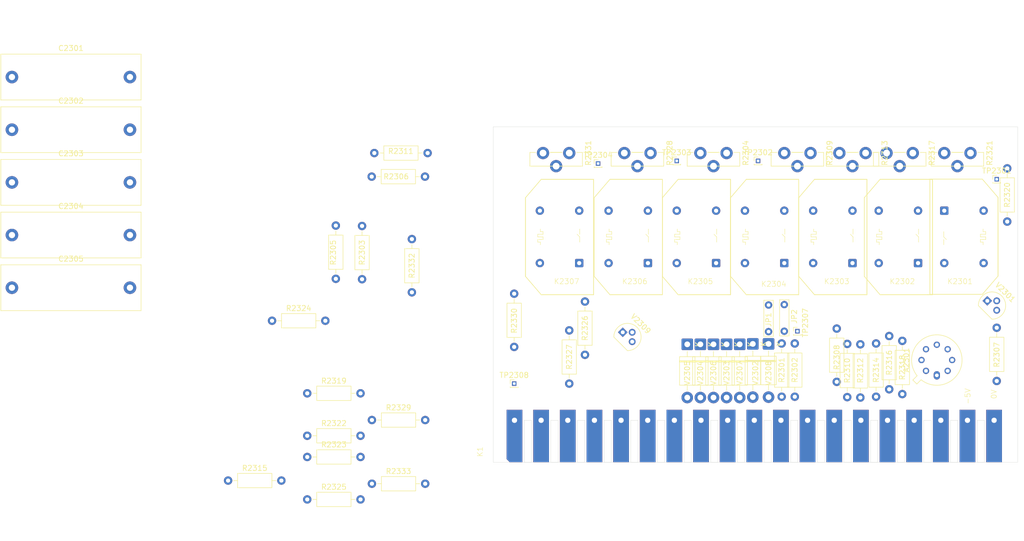
<source format=kicad_pcb>
(kicad_pcb (version 20241229) (generator "pcbnew") (generator_version "9.0")
  (title_block (title "Philips PM2528 - N23 (Current Source)") (date "2025-07-23") (rev "1.0"))
  (layers (0 "F.Cu" signal) (2 "B.Cu" signal) (13 "F.Paste" user) (15 "B.Paste" user) (5 "F.SilkS" user "F.Silkscreen") (7 "B.SilkS" user "B.Silkscreen") (1 "F.Mask" user) (3 "B.Mask" user) (25 "Edge.Cuts" user))
  (net 0 "")
  (net 2 "/_N2157")
  (net 3 "Net-(A2301-LOGIC_REFERENCE)")
  (net 4 "Net-(A2301--)")
  (net 5 "+15V")
  (net 6 "Net-(A2301-~{DISABLE})")
  (net 7 "-15V")
  (net 8 "Net-(V2301-B)")
  (net 9 "GND3")
  (net 10 "Net-(V2301-E)")
  (net 11 "Net-(V2309-B)")
  (net 12 "/Filter")
  (net 13 "Net-(JP1-A)")
  (net 14 "Net-(JP1-B)")
  (net 15 "/REL2301")
  (net 16 "/REL2304")
  (net 17 "/Iout")
  (net 20 "/REL2306")
  (net 21 "/REL2307")
  (net 22 "/N2157")
  (net 23 "/REL2303")
  (net 25 "/Vref")
  (net 26 "/REL2305")
  (net 27 "/REL2302")
  (net 28 "GND1")
  (net 29 "GND4")
  (net 30 "Net-(K2301-Pad1)")
  (net 31 "Net-(K2301-Pad5)")
  (net 32 "Net-(K2302-Pad1)")
  (net 33 "Net-(K2303-Pad1)")
  (net 34 "Net-(K2304-Pad1)")
  (net 35 "Net-(K2306-Pad5)")
  (net 36 "Net-(K2307-Pad5)")
  (net 37 "Net-(R2304-Pad3)")
  (net 38 "Net-(R2308-Pad2)")
  (net 39 "Net-(R2310-Pad2)")
  (net 40 "Net-(R2311-Pad2)")
  (net 41 "Net-(R2312-Pad2)")
  (net 42 "Net-(R2314-Pad2)")
  (net 43 "Net-(R2315-Pad2)")
  (net 44 "Net-(R2316-Pad2)")
  (net 45 "Net-(R2318-Pad2)")
  (net 46 "Net-(R2319-Pad2)")
  (net 47 "Net-(R2320-Pad2)")
  (net 48 "Net-(R2322-Pad1)")
  (net 49 "Net-(R2324-Pad2)")
  (net 50 "Net-(R2326-Pad2)")
  (net 51 "Net-(R2328-Pad2)")
  (net 52 "Net-(R2329-Pad2)")
  (net 53 "Net-(R2331-Pad2)")
  (net 54 "Net-(R2332-Pad2)")
  (footprint "PM2528:Potentiometer horizontal ceramic" (layer "F.Cu") (at 220.5 98.5 -90)
    (property "Reference" "R2309" (at 0 -3.65 90) (layer "F.SilkS"))
    (property "Value" "22k")
    (pad "1" thru_hole circle (at 0 0 270) (size 2.34 2.34) (drill 1.3) (layers "*.Cu" "*.Mask") (net 2 "/_N2157"))
    (pad "2" thru_hole circle (at 2.5 2.5 270) (size 2.34 2.34) (drill 1.3) (layers "*.Cu" "*.Mask") (net 34 "Net-(K2304-Pad1)"))
    (pad "3" thru_hole circle (at 0 5 270) (size 2.34 2.34) (drill 1.3) (layers "*.Cu" "*.Mask") (net 38 "Net-(R2308-Pad2)"))
  )
  (footprint "Resistor_THT:R_Axial_DIN0207_L6.3mm_D2.5mm_P10.16mm_Horizontal" (layer "F.Cu") (at 258 111.58 90)
    (property "Reference" "R2320" (at 5.08 0 90) (layer "F.SilkS"))
    (property "Value" "2R15")
    (pad "1" thru_hole circle (at 0 0 90) (size 1.6 1.6) (drill 0.8) (layers "*.Cu" "*.Mask") (net 46 "Net-(R2319-Pad2)"))
    (pad "2" thru_hole circle (at 10.16 0 90) (size 1.6 1.6) (drill 0.8) (layers "*.Cu" "*.Mask") (net 47 "Net-(R2320-Pad2)"))
  )
  (footprint "Connector_PinHeader_1.00mm:PinHeader_1x01_P1.00mm_Vertical" (layer "F.Cu") (at 164 142.5)
    (property "Reference" "TP2308" (at 0 -1.61 0) (layer "F.SilkS"))
    (property "Value" "Iout")
    (pad "1" thru_hole rect (at 0 0) (size 0.85 0.85) (drill 0.5) (layers "*.Cu" "*.Mask") (net 17 "/Iout"))
  )
  (footprint "Diode_THT:D_DO-41_SOD81_P10.16mm_Horizontal" (layer "F.Cu") (at 197 135 -90)
    (property "Reference" "V2305" (at 5.5 0 90) (layer "F.SilkS"))
    (property "Value" "BAX12A")
    (fp_text user "K" (at 0 -2.1 90) (layer "F.SilkS"))
    (pad "1" thru_hole roundrect (at 0 0 270) (size 2.2 2.2) (drill 1.1) (layers "*.Cu" "*.Mask") (roundrect_rratio 0.113636) (net 29 "GND4"))
    (pad "2" thru_hole circle (at 10.16 0 270) (size 2.2 2.2) (drill 1.1) (layers "*.Cu" "*.Mask") (net 16 "/REL2304"))
  )
  (footprint "Resistor_THT:R_Axial_DIN0207_L6.3mm_D2.5mm_P10.16mm_Horizontal" (layer "F.Cu") (at 136.88 161.6)
    (property "Reference" "R2333" (at 5.08 -2.37 0) (layer "F.SilkS"))
    (property "Value" "499k")
    (pad "1" thru_hole circle (at 0 0) (size 1.6 1.6) (drill 0.8) (layers "*.Cu" "*.Mask") (net 54 "Net-(R2332-Pad2)"))
    (pad "2" thru_hole circle (at 10.16 0) (size 1.6 1.6) (drill 0.8) (layers "*.Cu" "*.Mask") (net 17 "/Iout"))
  )
  (footprint "Resistor_THT:R_Axial_DIN0207_L6.3mm_D2.5mm_P10.16mm_Horizontal" (layer "F.Cu") (at 230 145.16 90)
    (property "Reference" "R2312" (at 5.16 0 90) (layer "F.SilkS"))
    (property "Value" "215")
    (pad "1" thru_hole circle (at 0 0 90) (size 1.6 1.6) (drill 0.8) (layers "*.Cu" "*.Mask") (net 40 "Net-(R2311-Pad2)"))
    (pad "2" thru_hole circle (at 10.16 0 90) (size 1.6 1.6) (drill 0.8) (layers "*.Cu" "*.Mask") (net 41 "Net-(R2312-Pad2)"))
  )
  (footprint "Diode_THT:D_DO-41_SOD81_P10.16mm_Horizontal" (layer "F.Cu") (at 199.5 135 -90)
    (property "Reference" "V2304" (at 5.5 0 90) (layer "F.SilkS"))
    (property "Value" "BAX12A")
    (fp_text user "K" (at 0 -2.1 90) (layer "F.SilkS"))
    (pad "1" thru_hole roundrect (at 0 0 270) (size 2.2 2.2) (drill 1.1) (layers "*.Cu" "*.Mask") (roundrect_rratio 0.113636) (net 29 "GND4"))
    (pad "2" thru_hole circle (at 10.16 0 270) (size 2.2 2.2) (drill 1.1) (layers "*.Cu" "*.Mask") (net 23 "/REL2303"))
  )
  (footprint "Connector_PinHeader_1.00mm:PinHeader_1x01_P1.00mm_Vertical" (layer "F.Cu") (at 180 100.5)
    (property "Reference" "TP2304" (at 0 -1.61 0) (layer "F.SilkS"))
    (property "Value" "~")
    (pad "1" thru_hole rect (at 0 0) (size 0.85 0.85) (drill 0.5) (layers "*.Cu" "*.Mask") (net 35 "Net-(K2306-Pad5)"))
  )
  (footprint "Resistor_THT:R_Axial_DIN0207_L6.3mm_D2.5mm_P10.16mm_Horizontal" (layer "F.Cu") (at 225.5 142.16 90)
    (property "Reference" "R2308" (at 4.66 0 90) (layer "F.SilkS"))
    (property "Value" "2k15")
    (pad "1" thru_hole circle (at 0 0 90) (size 1.6 1.6) (drill 0.8) (layers "*.Cu" "*.Mask") (net 2 "/_N2157"))
    (pad "2" thru_hole circle (at 10.16 0 90) (size 1.6 1.6) (drill 0.8) (layers "*.Cu" "*.Mask") (net 38 "Net-(R2308-Pad2)"))
  )
  (footprint "PM2528:Reed relay assy" (layer "F.Cu") (at 245.9 109.5)
    (property "Reference" "K2301" (at 3.1 13.5 0) (layer "F.SilkS") (effects (font (thickness 0.1))))
    (property "Value" "~")
    (pad "1" thru_hole roundrect (at 0.1 0) (size 1.6 1.6) (drill 0.8) (layers "*.Cu" "*.Mask") (roundrect_rratio 0.15625) (net 30 "Net-(K2301-Pad1)"))
    (pad "5" thru_hole circle (at 0.1 10) (size 1.6 1.6) (drill 0.8) (layers "*.Cu" "*.Mask") (net 31 "Net-(K2301-Pad5)"))
    (pad "6" thru_hole circle (at 7.6 10) (size 1.6 1.6) (drill 0.8) (layers "*.Cu" "*.Mask") (net 29 "GND4"))
    (pad "10" thru_hole circle (at 7.6 0) (size 1.6 1.6) (drill 0.8) (layers "*.Cu" "*.Mask") (net 15 "/REL2301"))
  )
  (footprint "Capacitor_THT:C_Rect_L26.5mm_W8.5mm_P22.50mm_MKS4" (layer "F.Cu") (at 68.25 104.1)
    (property "Reference" "C2303" (at 11.25 -5.5 0) (layer "F.SilkS"))
    (property "Value" "100p")
    (pad "1" thru_hole circle (at 0 0) (size 2.4 2.4) (drill 1.2) (layers "*.Cu" "*.Mask") (net 10 "Net-(V2301-E)"))
    (pad "2" thru_hole circle (at 22.5 0) (size 2.4 2.4) (drill 1.2) (layers "*.Cu" "*.Mask") (net 4 "Net-(A2301--)"))
  )
  (footprint "Resistor_THT:R_Axial_DIN0207_L6.3mm_D2.5mm_P10.16mm_Horizontal" (layer "F.Cu") (at 164 135.5 90)
    (property "Reference" "R2330" (at 5 0 90) (layer "F.SilkS"))
    (property "Value" "8M89")
    (pad "1" thru_hole circle (at 0 0 90) (size 1.6 1.6) (drill 0.8) (layers "*.Cu" "*.Mask") (net 52 "Net-(R2329-Pad2)"))
    (pad "2" thru_hole circle (at 10.16 0 90) (size 1.6 1.6) (drill 0.8) (layers "*.Cu" "*.Mask") (net 17 "/Iout"))
  )
  (footprint "Resistor_THT:R_Axial_DIN0207_L6.3mm_D2.5mm_P10.16mm_Horizontal" (layer "F.Cu") (at 227.5 145.08 90)
    (property "Reference" "R2310" (at 5.08 0 90) (layer "F.SilkS"))
    (property "Value" "2k8")
    (pad "1" thru_hole circle (at 0 0 90) (size 1.6 1.6) (drill 0.8) (layers "*.Cu" "*.Mask") (net 38 "Net-(R2308-Pad2)"))
    (pad "2" thru_hole circle (at 10.16 0 90) (size 1.6 1.6) (drill 0.8) (layers "*.Cu" "*.Mask") (net 39 "Net-(R2310-Pad2)"))
  )
  (footprint "Resistor_THT:R_Axial_DIN0207_L6.3mm_D2.5mm_P10.16mm_Horizontal" (layer "F.Cu") (at 235.5 143.58 90)
    (property "Reference" "R2316" (at 5.08 0 90) (layer "F.SilkS"))
    (property "Value" "21R5")
    (pad "1" thru_hole circle (at 0 0 90) (size 1.6 1.6) (drill 0.8) (layers "*.Cu" "*.Mask") (net 43 "Net-(R2315-Pad2)"))
    (pad "2" thru_hole circle (at 10.16 0 90) (size 1.6 1.6) (drill 0.8) (layers "*.Cu" "*.Mask") (net 44 "Net-(R2316-Pad2)"))
  )
  (footprint "PM2528:Reed relay assy" (layer "F.Cu") (at 176.5 119.5 180)
    (property "Reference" "K2307" (at 2.5 -3.5 0) (layer "F.SilkS") (effects (font (thickness 0.1))))
    (property "Value" "~")
    (pad "1" thru_hole roundrect (at 0.1 0 180) (size 1.6 1.6) (drill 0.8) (layers "*.Cu" "*.Mask") (roundrect_rratio 0.15625) (net 35 "Net-(K2306-Pad5)"))
    (pad "5" thru_hole circle (at 0.1 10 180) (size 1.6 1.6) (drill 0.8) (layers "*.Cu" "*.Mask") (net 36 "Net-(K2307-Pad5)"))
    (pad "6" thru_hole circle (at 7.6 10 180) (size 1.6 1.6) (drill 0.8) (layers "*.Cu" "*.Mask") (net 29 "GND4"))
    (pad "10" thru_hole circle (at 7.6 0 180) (size 1.6 1.6) (drill 0.8) (layers "*.Cu" "*.Mask") (net 21 "/REL2307"))
  )
  (footprint "Resistor_THT:R_Axial_DIN0207_L6.3mm_D2.5mm_P10.16mm_Horizontal" (layer "F.Cu") (at 135 122.58 90)
    (property "Reference" "R2303" (at 5.08 0 90) (layer "F.SilkS"))
    (property "Value" "200k")
    (pad "1" thru_hole circle (at 0 0 90) (size 1.6 1.6) (drill 0.8) (layers "*.Cu" "*.Mask") (net 14 "Net-(JP1-B)"))
    (pad "2" thru_hole circle (at 10.16 0 90) (size 1.6 1.6) (drill 0.8) (layers "*.Cu" "*.Mask") (net 4 "Net-(A2301--)"))
  )
  (footprint "Connector_PinHeader_1.00mm:PinHeader_1x01_P1.00mm_Vertical" (layer "F.Cu") (at 256 103.5)
    (property "Reference" "TP2301" (at 0 -1.61 0) (layer "F.SilkS"))
    (property "Value" "200Ω")
    (pad "1" thru_hole rect (at 0 0) (size 0.85 0.85) (drill 0.5) (layers "*.Cu" "*.Mask") (net 30 "Net-(K2301-Pad1)"))
  )
  (footprint "Resistor_THT:R_Axial_DIN0207_L6.3mm_D2.5mm_P10.16mm_Horizontal" (layer "F.Cu") (at 136.88 149.45)
    (property "Reference" "R2329" (at 5.08 -2.37 0) (layer "F.SilkS"))
    (property "Value" "97k6")
    (pad "1" thru_hole circle (at 0 0) (size 1.6 1.6) (drill 0.8) (layers "*.Cu" "*.Mask") (net 51 "Net-(R2328-Pad2)"))
    (pad "2" thru_hole circle (at 10.16 0) (size 1.6 1.6) (drill 0.8) (layers "*.Cu" "*.Mask") (net 52 "Net-(R2329-Pad2)"))
  )
  (footprint "Connector_PinHeader_1.00mm:PinHeader_1x01_P1.00mm_Vertical" (layer "F.Cu") (at 195 100)
    (property "Reference" "TP2303" (at 0 -1.61 0) (layer "F.SilkS"))
    (property "Value" "Vref")
    (pad "1" thru_hole rect (at 0 0) (size 0.85 0.85) (drill 0.5) (layers "*.Cu" "*.Mask") (net 31 "Net-(K2301-Pad5)"))
  )
  (footprint "Resistor_THT:R_Axial_DIN0207_L6.3mm_D2.5mm_P10.16mm_Horizontal" (layer "F.Cu") (at 124.55 152.45)
    (property "Reference" "R2322" (at 5.08 -2.37 0) (layer "F.SilkS"))
    (property "Value" "200")
    (pad "1" thru_hole circle (at 0 0) (size 1.6 1.6) (drill 0.8) (layers "*.Cu" "*.Mask") (net 48 "Net-(R2322-Pad1)"))
    (pad "2" thru_hole circle (at 10.16 0) (size 1.6 1.6) (drill 0.8) (layers "*.Cu" "*.Mask") (net 47 "Net-(R2320-Pad2)"))
  )
  (footprint "PM2528:PM2528_RiserCardConnector" (layer "F.Cu") (at 164.06 149.5 90)
    (property "Reference" "K1" (at -6 -6.56 90) (layer "F.SilkS") (effects (font (thickness 0.1))))
    (property "Value" "~")
    (fp_rect (start -8 1.84) (end 0 3.24) (stroke (width 0.05)) (fill no) (layer "Edge.Cuts"))
    (fp_rect (start -8 6.92) (end 0 8.32) (stroke (width 0.05)) (fill no) (layer "Edge.Cuts"))
    (fp_rect (start -8 12) (end 0 13.4) (stroke (width 0.05)) (fill no) (layer "Edge.Cuts"))
    (fp_rect (start -8 17.08) (end 0 18.48) (stroke (width 0.05)) (fill no) (layer "Edge.Cuts"))
    (fp_rect (start -8 22.16) (end 0 23.56) (stroke (width 0.05)) (fill no) (layer "Edge.Cuts"))
    (fp_rect (start -8 27.24) (end 0 28.64) (stroke (width 0.05)) (fill no) (layer "Edge.Cuts"))
    (fp_rect (start -8 32.32) (end 0 33.72) (stroke (width 0.05)) (fill no) (layer "Edge.Cuts"))
    (fp_rect (start -8 37.4) (end 0 38.8) (stroke (width 0.05)) (fill no) (layer "Edge.Cuts"))
    (fp_rect (start -8 42.48) (end 0 43.88) (stroke (width 0.05)) (fill no) (layer "Edge.Cuts"))
    (fp_rect (start -8 47.56) (end 0 48.96) (stroke (width 0.05)) (fill no) (layer "Edge.Cuts"))
    (fp_rect (start -8 52.64) (end 0 54.04) (stroke (width 0.05)) (fill no) (layer "Edge.Cuts"))
    (fp_rect (start -8 57.72) (end 0 59.12) (stroke (width 0.05)) (fill no) (layer "Edge.Cuts"))
    (fp_rect (start -8 62.8) (end 0 64.2) (stroke (width 0.05)) (fill no) (layer "Edge.Cuts"))
    (fp_rect (start -8 67.88) (end 0 69.28) (stroke (width 0.05)) (fill no) (layer "Edge.Cuts"))
    (fp_rect (start -8 72.96) (end 0 74.36) (stroke (width 0.05)) (fill no) (layer "Edge.Cuts"))
    (fp_rect (start -8 78.04) (end 0 79.44) (stroke (width 0.05)) (fill no) (layer "Edge.Cuts"))
    (fp_rect (start -8 83.12) (end 0 84.52) (stroke (width 0.05)) (fill no) (layer "Edge.Cuts"))
    (fp_rect (start -8 88.2) (end 0 89.6) (stroke (width 0.05)) (fill no) (layer "Edge.Cuts"))
    (fp_text user "-5V" (at 3 87 90) (layer "F.SilkS") (effects (font (thickness 0.1)) (justify left bottom)))
    (fp_text user "0V" (at 4 92 90) (layer "F.SilkS") (effects (font (thickness 0.1)) (justify left bottom)))
    (pad "1" thru_hole rect (at 0 91.44 90) (size 10 3) (drill 1 (offset -3 0)) (layers "*.Cu" "*.Mask") (net 9 "GND3"))
    (pad "2" thru_hole rect (at 0 86.36 90) (size 10 3) (drill 1 (offset -3 0)) (layers "*.Cu" "*.Mask"))
    (pad "3" thru_hole rect (at 0 81.28 90) (size 10 3) (drill 1 (offset -3 0)) (layers "*.Cu" "*.Mask") (net 7 "-15V"))
    (pad "4" thru_hole rect (at 0 76.2 90) (size 10 3) (drill 1 (offset -3 0)) (layers "*.Cu" "*.Mask") (net 5 "+15V"))
    (pad "5" thru_hole rect (at 0 71.12 90) (size 10 3) (drill 1 (offset -3 0)) (layers "*.Cu" "*.Mask"))
    (pad "6" thru_hole rect (at 0 66.04 90) (size 10 3) (drill 1 (offset -3 0)) (layers "*.Cu" "*.Mask"))
    (pad "7" thru_hole rect (at 0 60.96 90) (size 10 3) (drill 1 (offset -3 0)) (layers "*.Cu" "*.Mask") (net 29 "GND4"))
    (pad "8" thru_hole rect (at 0 55.88 90) (size 10 3) (drill 1 (offset -3 0)) (layers "*.Cu" "*.Mask") (net 22 "/N2157"))
    (pad "9" thru_hole rect (at 0 50.8 90) (size 10 3) (drill 1 (offset -3 0)) (layers "*.Cu" "*.Mask") (net 25 "/Vref"))
    (pad "10" thru_hole rect (at 0 45.72 90) (size 10 3) (drill 1 (offset -3 0)) (layers "*.Cu" "*.Mask") (net 15 "/REL2301"))
    (pad "11" thru_hole rect (at 0 40.64 90) (size 10 3) (drill 1 (offset -3 0)) (layers "*.Cu" "*.Mask") (net 27 "/REL2302"))
    (pad "12" thru_hole rect (at 0 35.56 90) (size 10 3) (drill 1 (offset -3 0)) (layers "*.Cu" "*.Mask") (net 23 "/REL2303"))
    (pad "13" thru_hole rect (at 0 30.48 90) (size 10 3) (drill 1 (offset -3 0)) (layers "*.Cu" "*.Mask") (net 16 "/REL2304"))
    (pad "14" thru_hole rect (at 0 25.4 90) (size 10 3) (drill 1 (offset -3 0)) (layers "*.Cu" "*.Mask") (net 26 "/REL2305"))
    (pad "15" thru_hole rect (at 0 20.32 90) (size 10 3) (drill 1 (offset -3 0)) (layers "*.Cu" "*.Mask") (net 20 "/REL2306"))
    (pad "16" thru_hole rect (at 0 15.24 90) (size 10 3) (drill 1 (offset -3 0)) (layers "*.Cu" "*.Mask") (net 21 "/REL2307"))
    (pad "17" thru_hole rect (at 0 10.16 90) (size 10 3) (drill 1 (offset -3 0)) (layers "*.Cu" "*.Mask") (net 12 "/Filter"))
    (pad "18" thru_hole rect (at 0 5.08 90) (size 10 3) (drill 1 (offset -3 0)) (layers "*.Cu" "*.Mask") (net 28 "GND1"))
    (pad "19" thru_hole roundrect (at 0 0 90) (size 10 3) (drill 1 (offset -3 0)) (layers "*.Cu" "*.Mask") (roundrect_rratio 0) (chamfer_ratio 0.2) (chamfer top_left) (net 17 "/Iout"))
  )
  (footprint "PM2528:Reed relay assy" (layer "F.Cu") (at 215.6 119.5 180)
    (property "Reference" "K2304" (at 2.1 -4 0) (layer "F.SilkS") (effects (font (thickness 0.1))))
    (property "Value" "~")
    (pad "1" thru_hole roundrect (at 0.1 0 180) (size 1.6 1.6) (drill 0.8) (layers "*.Cu" "*.Mask") (roundrect_rratio 0.15625) (net 34 "Net-(K2304-Pad1)"))
    (pad "5" thru_hole circle (at 0.1 10 180) (size 1.6 1.6) (drill 0.8) (layers "*.Cu" "*.Mask") (net 31 "Net-(K2301-Pad5)"))
    (pad "6" thru_hole circle (at 7.6 10 180) (size 1.6 1.6) (drill 0.8) (layers "*.Cu" "*.Mask") (net 29 "GND4"))
    (pad "10" thru_hole circle (at 7.6 0 180) (size 1.6 1.6) (drill 0.8) (layers "*.Cu" "*.Mask") (net 16 "/REL2304"))
  )
  (footprint "Resistor_THT:R_Axial_DIN0207_L6.3mm_D2.5mm_P10.16mm_Horizontal" (layer "F.Cu") (at 136.84 103)
    (property "Reference" "R2306" (at 4.66 0 0) (layer "F.SilkS"))
    (property "Value" "402k")
    (pad "1" thru_hole circle (at 0 0) (size 1.6 1.6) (drill 0.8) (layers "*.Cu" "*.Mask") (net 4 "Net-(A2301--)"))
    (pad "2" thru_hole circle (at 10.16 0) (size 1.6 1.6) (drill 0.8) (layers "*.Cu" "*.Mask") (net 10 "Net-(V2301-E)"))
  )
  (footprint "Connector_PinHeader_1.00mm:PinHeader_1x01_P1.00mm_Vertical" (layer "F.Cu") (at 210.5 100)
    (property "Reference" "TP2302" (at 0 -1.61 0) (layer "F.SilkS"))
    (property "Value" "MeasZero")
    (pad "1" thru_hole rect (at 0 0) (size 0.85 0.85) (drill 0.5) (layers "*.Cu" "*.Mask") (net 28 "GND1"))
  )
  (footprint "Capacitor_THT:C_Rect_L26.5mm_W8.5mm_P22.50mm_MKS4" (layer "F.Cu") (at 68.25 114.15)
    (property "Reference" "C2304" (at 11.25 -5.5 0) (layer "F.SilkS"))
    (property "Value" "33p")
    (pad "1" thru_hole circle (at 0 0) (size 2.4 2.4) (drill 1.2) (layers "*.Cu" "*.Mask") (net 3 "Net-(A2301-LOGIC_REFERENCE)"))
    (pad "2" thru_hole circle (at 22.5 0) (size 2.4 2.4) (drill 1.2) (layers "*.Cu" "*.Mask") (net 6 "Net-(A2301-~{DISABLE})"))
  )
  (footprint "Connector_PinHeader_1.00mm:PinHeader_1x01_P1.00mm_Vertical" (layer "F.Cu") (at 218 132.5)
    (property "Reference" "TP2307" (at 1.5 -1.61 90) (layer "F.SilkS"))
    (property "Value" "Vref")
    (pad "1" thru_hole rect (at 0 0) (size 0.85 0.85) (drill 0.5) (layers "*.Cu" "*.Mask") (net 25 "/Vref"))
  )
  (footprint "PM2528:Potentiometer horizontal ceramic" (layer "F.Cu") (at 251 98.5 -90)
    (property "Reference" "R2321" (at 0 -3.65 90) (layer "F.SilkS"))
    (property "Value" "33")
    (pad "1" thru_hole circle (at 0 0 270) (size 2.34 2.34) (drill 1.3) (layers "*.Cu" "*.Mask") (net 46 "Net-(R2319-Pad2)"))
    (pad "2" thru_hole circle (at 2.5 2.5 270) (size 2.34 2.34) (drill 1.3) (layers "*.Cu" "*.Mask") (net 30 "Net-(K2301-Pad1)"))
    (pad "3" thru_hole circle (at 0 5 270) (size 2.34 2.34) (drill 1.3) (layers "*.Cu" "*.Mask") (net 47 "Net-(R2320-Pad2)"))
  )
  (footprint "PM2528:Potentiometer horizontal ceramic" (layer "F.Cu") (at 231 98.5 -90)
    (property "Reference" "R2313" (at 0 -3.65 90) (layer "F.SilkS"))
    (property "Value" "2k2")
    (pad "1" thru_hole circle (at 0 0 270) (size 2.34 2.34) (drill 1.3) (layers "*.Cu" "*.Mask") (net 40 "Net-(R2311-Pad2)"))
    (pad "2" thru_hole circle (at 2.5 2.5 270) (size 2.34 2.34) (drill 1.3) (layers "*.Cu" "*.Mask") (net 33 "Net-(K2303-Pad1)"))
    (pad "3" thru_hole circle (at 0 5 270) (size 2.34 2.34) (drill 1.3) (layers "*.Cu" "*.Mask") (net 41 "Net-(R2312-Pad2)"))
  )
  (footprint "Resistor_THT:R_Axial_DIN0207_L6.3mm_D2.5mm_P10.16mm_Horizontal" (layer "F.Cu") (at 238 144.5 90)
    (property "Reference" "R2318" (at 5.08 0 90) (layer "F.SilkS"))
    (property "Value" "28")
    (pad "1" thru_hole circle (at 0 0 90) (size 1.6 1.6) (drill 0.8) (layers "*.Cu" "*.Mask") (net 44 "Net-(R2316-Pad2)"))
    (pad "2" thru_hole circle (at 10.16 0 90) (size 1.6 1.6) (drill 0.8) (layers "*.Cu" "*.Mask") (net 45 "Net-(R2318-Pad2)"))
  )
  (footprint "Diode_THT:D_DO-41_SOD81_P10.16mm_Horizontal" (layer "F.Cu") (at 212.5 134.92 -90)
    (property "Reference" "V2308" (at 5.58 0 90) (layer "F.SilkS"))
    (property "Value" "BAX12A")
    (fp_text user "K" (at 0 -2.1 90) (layer "F.SilkS"))
    (pad "1" thru_hole roundrect (at 0 0 270) (size 2.2 2.2) (drill 1.1) (layers "*.Cu" "*.Mask") (roundrect_rratio 0.113636) (net 29 "GND4"))
    (pad "2" thru_hole circle (at 10.16 0 270) (size 2.2 2.2) (drill 1.1) (layers "*.Cu" "*.Mask") (net 21 "/REL2307"))
  )
  (footprint "PM2528:Potentiometer horizontal ceramic" (layer "F.Cu") (at 174.5 98.5 -90)
    (property "Reference" "R2331" (at 0 -3.65 90) (layer "F.SilkS"))
    (property "Value" "4k7")
    (pad "1" thru_hole circle (at 0 0 270) (size 2.34 2.34) (drill 1.3) (layers "*.Cu" "*.Mask") (net 36 "Net-(K2307-Pad5)"))
    (pad "2" thru_hole circle (at 2.5 2.5 270) (size 2.34 2.34) (drill 1.3) (layers "*.Cu" "*.Mask") (net 53 "Net-(R2331-Pad2)"))
    (pad "3" thru_hole circle (at 0 5 270) (size 2.34 2.34) (drill 1.3) (layers "*.Cu" "*.Mask") (net 53 "Net-(R2331-Pad2)"))
  )
  (footprint "Resistor_THT:R_Axial_DIN0207_L6.3mm_D2.5mm_P10.16mm_Horizontal" (layer "F.Cu") (at 217.5 145 90)
    (property "Reference" "R2302" (at 5.08 0 90) (layer "F.SilkS"))
    (property "Value" "487")
    (pad "1" thru_hole circle (at 0 0 90) (size 1.6 1.6) (drill 0.8) (layers "*.Cu" "*.Mask") (net 13 "Net-(JP1-A)"))
    (pad "2" thru_hole circle (at 10.16 0 90) (size 1.6 1.6) (drill 0.8) (layers "*.Cu" "*.Mask") (net 14 "Net-(JP1-B)"))
  )
  (footprint "TestPoint:TestPoint_Bridge_Pitch5.08mm_Drill0.7mm" (layer "F.Cu") (at 212.5 127.5 -90)
    (property "Reference" "JP1" (at 2.8 0 90) (layer "F.SilkS"))
    (property "Value" "A")
    (pad "1" thru_hole circle (at 0 0 270) (size 1.4 1.4) (drill 0.7) (layers "*.Cu" "*.Mask") (net 13 "Net-(JP1-A)"))
    (pad "1" thru_hole circle (at 5.08 0 270) (size 1.4 1.4) (drill 0.7) (layers "*.Cu" "*.Mask") (net 13 "Net-(JP1-A)"))
  )
  (footprint "Resistor_THT:R_Axial_DIN0207_L6.3mm_D2.5mm_P10.16mm_Horizontal" (layer "F.Cu") (at 117.84 130.5)
    (property "Reference" "R2324" (at 5.08 -2.37 0) (layer "F.SilkS"))
    (property "Value" "330")
    (pad "1" thru_hole circle (at 0 0) (size 1.6 1.6) (drill 0.8) (layers "*.Cu" "*.Mask") (net 11 "Net-(V2309-B)"))
    (pad "2" thru_hole circle (at 10.16 0) (size 1.6 1.6) (drill 0.8) (layers "*.Cu" "*.Mask") (net 49 "Net-(R2324-Pad2)"))
  )
  (footprint "Resistor_THT:R_Axial_DIN0207_L6.3mm_D2.5mm_P10.16mm_Horizontal" (layer "F.Cu") (at 137.34 98.5)
    (property "Reference" "R2311" (at 5.04 -0.35 0) (layer "F.SilkS"))
    (property "Value" "357k")
    (pad "1" thru_hole circle (at 0 0) (size 1.6 1.6) (drill 0.8) (layers "*.Cu" "*.Mask") (net 39 "Net-(R2310-Pad2)"))
    (pad "2" thru_hole circle (at 10.16 0) (size 1.6 1.6) (drill 0.8) (layers "*.Cu" "*.Mask") (net 40 "Net-(R2311-Pad2)"))
  )
  (footprint "PM2528:Reed relay assy" (layer "F.Cu") (at 241.1 119.5 180)
    (property "Reference" "K2302" (at 3.1 -3.5 0) (layer "F.SilkS") (effects (font (thickness 0.1))))
    (property "Value" "~")
    (pad "1" thru_hole roundrect (at 0.1 0 180) (size 1.6 1.6) (drill 0.8) (layers "*.Cu" "*.Mask") (roundrect_rratio 0.15625) (net 32 "Net-(K2302-Pad1)"))
    (pad "5" thru_hole circle (at 0.1 10 180) (size 1.6 1.6) (drill 0.8) (layers "*.Cu" "*.Mask") (net 31 "Net-(K2301-Pad5)"))
    (pad "6" thru_hole circle (at 7.6 10 180) (size 1.6 1.6) (drill 0.8) (layers "*.Cu" "*.Mask") (net 29 "GND4"))
    (pad "10" thru_hole circle (at 7.6 0 180) (size 1.6 1.6) (drill 0.8) (layers "*.Cu" "*.Mask") (net 27 "/REL2302"))
  )
  (footprint "Resistor_THT:R_Axial_DIN0207_L6.3mm_D2.5mm_P10.16mm_Horizontal" (layer "F.Cu") (at 174.5 142.5 90)
    (property "Reference" "R2327" (at 5.08 0 90) (layer "F.SilkS"))
    (property "Value" "3R32")
    (pad "1" thru_hole circle (at 0 0 90) (size 1.6 1.6) (drill 0.8) (layers "*.Cu" "*.Mask") (net 50 "Net-(R2326-Pad2)"))
    (pad "2" thru_hole circle (at 10.16 0 90) (size 1.6 1.6) (drill 0.8) (layers "*.Cu" "*.Mask") (net 28 "GND1"))
  )
  (footprint "PM2528:Reed relay assy" (layer "F.Cu") (at 228.6 119.5 180)
    (property "Reference" "K2303" (at 3.1 -3.5 0) (layer "F.SilkS") (effects (font (thickness 0.1))))
    (property "Value" "~")
    (pad "1" thru_hole roundrect (at 0.1 0 180) (size 1.6 1.6) (drill 0.8) (layers "*.Cu" "*.Mask") (roundrect_rratio 0.15625) (net 33 "Net-(K2303-Pad1)"))
    (pad "5" thru_hole circle (at 0.1 10 180) (size 1.6 1.6) (drill 0.8) (layers "*.Cu" "*.Mask") (net 31 "Net-(K2301-Pad5)"))
    (pad "6" thru_hole circle (at 7.6 10 180) (size 1.6 1.6) (drill 0.8) (layers "*.Cu" "*.Mask") (net 29 "GND4"))
    (pad "10" thru_hole circle (at 7.6 0 180) (size 1.6 1.6) (drill 0.8) (layers "*.Cu" "*.Mask") (net 23 "/REL2303"))
  )
  (footprint "PM2528:Potentiometer horizontal ceramic" (layer "F.Cu") (at 204.5 98.5 -90)
    (property "Reference" "R2304" (at 0 -3.65 270) (layer "F.SilkS"))
    (property "Value" "1K5")
    (pad "1" thru_hole circle (at 0 0 270) (size 2.34 2.34) (drill 1.3) (layers "*.Cu" "*.Mask") (net 22 "/N2157"))
    (pad "2" thru_hole circle (at 2.5 2.5 270) (size 2.34 2.34) (drill 1.3) (layers "*.Cu" "*.Mask") (net 22 "/N2157"))
    (pad "3" thru_hole circle (at 0 5 270) (size 2.34 2.34) (drill 1.3) (layers "*.Cu" "*.Mask") (net 37 "Net-(R2304-Pad3)"))
  )
  (footprint "Diode_THT:D_DO-41_SOD81_P10.16mm_Horizontal" (layer "F.Cu") (at 209.5 134.92 -90)
    (property "Reference" "V2302" (at 5.58 -0.5 90) (layer "F.SilkS"))
    (property "Value" "BAX12A")
    (fp_text user "K" (at 0 -2.1 90) (layer "F.SilkS"))
    (pad "1" thru_hole roundrect (at 0 0 270) (size 2.2 2.2) (drill 1.1) (layers "*.Cu" "*.Mask") (roundrect_rratio 0.113636) (net 29 "GND4"))
    (pad "2" thru_hole circle (at 10.16 0 270) (size 2.2 2.2) (drill 1.1) (layers "*.Cu" "*.Mask") (net 15 "/REL2301"))
  )
  (footprint "Capacitor_THT:C_Rect_L26.5mm_W8.5mm_P22.50mm_MKS4" (layer "F.Cu") (at 68.25 94.05)
    (property "Reference" "C2302" (at 11.25 -5.5 0) (layer "F.SilkS"))
    (property "Value" "4u7")
    (pad "1" thru_hole circle (at 0 0) (size 2.4 2.4) (drill 1.2) (layers "*.Cu" "*.Mask") (net 5 "+15V"))
    (pad "2" thru_hole circle (at 22.5 0) (size 2.4 2.4) (drill 1.2) (layers "*.Cu" "*.Mask") (net 9 "GND3"))
  )
  (footprint "TestPoint:TestPoint_Bridge_Pitch5.08mm_Drill0.7mm" (layer "F.Cu") (at 215.5 132.5 90)
    (property "Reference" "JP2" (at 2.8 1.9 90) (layer "F.SilkS"))
    (property "Value" "B")
    (pad "1" thru_hole circle (at 0 0 90) (size 1.4 1.4) (drill 0.7) (layers "*.Cu" "*.Mask") (net 14 "Net-(JP1-B)"))
    (pad "1" thru_hole circle (at 5.08 0 90) (size 1.4 1.4) (drill 0.7) (layers "*.Cu" "*.Mask") (net 14 "Net-(JP1-B)"))
  )
  (footprint "Resistor_THT:R_Axial_DIN0207_L6.3mm_D2.5mm_P10.16mm_Horizontal" (layer "F.Cu") (at 144.5 125.08 90)
    (property "Reference" "R2332" (at 5.08 0 90) (layer "F.SilkS"))
    (property "Value" "499k")
    (pad "1" thru_hole circle (at 0 0 90) (size 1.6 1.6) (drill 0.8) (layers "*.Cu" "*.Mask") (net 53 "Net-(R2331-Pad2)"))
    (pad "2" thru_hole circle (at 10.16 0 90) (size 1.6 1.6) (drill 0.8) (layers "*.Cu" "*.Mask") (net 54 "Net-(R2332-Pad2)"))
  )
  (footprint "Resistor_THT:R_Axial_DIN0207_L6.3mm_D2.5mm_P10.16mm_Horizontal" (layer "F.Cu") (at 215 145 90)
    (property "Reference" "R2301" (at 5.08 0 90) (layer "F.SilkS"))
    (property "Value" "487")
    (pad "1" thru_hole circle (at 0 0 90) (size 1.6 1.6) (drill 0.8) (layers "*.Cu" "*.Mask") (net 25 "/Vref"))
    (pad "2" thru_hole circle (at 10.16 0 90) (size 1.6 1.6) (drill 0.8) (layers "*.Cu" "*.Mask") (net 13 "Net-(JP1-A)"))
  )
  (footprint "Resistor_THT:R_Axial_DIN0207_L6.3mm_D2.5mm_P10.16mm_Horizontal" (layer "F.Cu") (at 177.5 137 90)
    (property "Reference" "R2326" (at 5.08 0 90) (layer "F.SilkS"))
    (property "Value" "898")
    (pad "1" thru_hole circle (at 0 0 90) (size 1.6 1.6) (drill 0.8) (layers "*.Cu" "*.Mask") (net 35 "Net-(K2306-Pad5)"))
    (pad "2" thru_hole circle (at 10.16 0 90) (size 1.6 1.6) (drill 0.8) (layers "*.Cu" "*.Mask") (net 50 "Net-(R2326-Pad2)"))
  )
  (footprint "Resistor_THT:R_Axial_DIN0207_L6.3mm_D2.5mm_P10.16mm_Horizontal" (layer "F.Cu") (at 124.55 164.6)
    (property "Reference" "R2325" (at 5.08 -2.37 0) (layer "F.SilkS"))
    (property "Value" "100")
    (pad "1" thru_hole circle (at 0 0) (size 1.6 1.6) (drill 0.8) (layers "*.Cu" "*.Mask") (net 49 "Net-(R2324-Pad2)"))
    (pad "2" thru_hole circle (at 10.16 0) (size 1.6 1.6) (drill 0.8) (layers "*.Cu" "*.Mask") (net 17 "/Iout"))
  )
  (footprint "PM2528:Potentiometer horizontal ceramic" (layer "F.Cu") (at 240 98.5 -90)
    (property "Reference" "R2317" (at 0 -3.65 90) (layer "F.SilkS"))
    (property "Value" "220")
    (pad "1" thru_hole circle (at 0 0 270) (size 2.34 2.34) (drill 1.3) (layers "*.Cu" "*.Mask") (net 43 "Net-(R2315-Pad2)"))
    (pad "2" thru_hole circle (at 2.5 2.5 270) (size 2.34 2.34) (drill 1.3) (layers "*.Cu" "*.Mask") (net 32 "Net-(K2302-Pad1)"))
    (pad "3" thru_hole circle (at 0 5 270) (size 2.34 2.34) (drill 1.3) (layers "*.Cu" "*.Mask") (net 44 "Net-(R2316-Pad2)"))
  )
  (footprint "Resistor_THT:R_Axial_DIN0207_L6.3mm_D2.5mm_P10.16mm_Horizontal" (layer "F.Cu") (at 256 142 90)
    (property "Reference" "R2307" (at 5 0 90) (layer "F.SilkS"))
    (property "Value" "38k3")
    (pad "1" thru_hole circle (at 0 0 90) (size 1.6 1.6) (drill 0.8) (layers "*.Cu" "*.Mask") (net 5 "+15V"))
    (pad "2" thru_hole circle (at 10.16 0 90) (size 1.6 1.6) (drill 0.8) (layers "*.Cu" "*.Mask") (net 10 "Net-(V2301-E)"))
  )
  (footprint "Resistor_THT:R_Axial_DIN0207_L6.3mm_D2.5mm_P10.16mm_Horizontal" (layer "F.Cu") (at 124.55 144.35)
    (property "Reference" "R2319" (at 5.08 -2.37 0) (layer "F.SilkS"))
    (property "Value" "3k57")
    (pad "1" thru_hole circle (at 0 0) (size 1.6 1.6) (drill 0.8) (layers "*.Cu" "*.Mask") (net 45 "Net-(R2318-Pad2)"))
    (pad "2" thru_hole circle (at 10.16 0) (size 1.6 1.6) (drill 0.8) (layers "*.Cu" "*.Mask") (net 46 "Net-(R2319-Pad2)"))
  )
  (footprint "Package_TO_SOT_THT:TO-99-8" (layer "F.Cu") (at 244.58 140.92 90)
    (property "Reference" "A2301" (at 2.92 -5.81 90) (layer "F.SilkS"))
    (property "Value" "LM208AH")
    (pad "1" thru_hole oval (at 0 0 90) (size 1.6 1.2) (drill 0.7) (layers "*.Cu" "*.Mask") (net 3 "Net-(A2301-LOGIC_REFERENCE)"))
    (pad "2" thru_hole circle (at 0.855248 2.064752 90) (size 1.2 1.2) (drill 0.7) (layers "*.Cu" "*.Mask") (net 4 "Net-(A2301--)"))
    (pad "3" thru_hole circle (at 2.92 2.92 90) (size 1.2 1.2) (drill 0.7) (layers "*.Cu" "*.Mask") (net 2 "/_N2157"))
    (pad "4" thru_hole circle (at 4.984752 2.064752 90) (size 1.2 1.2) (drill 0.7) (layers "*.Cu" "*.Mask") (net 7 "-15V"))
    (pad "5" thru_hole circle (at 5.840001 0 90) (size 1.2 1.2) (drill 0.7) (layers "*.Cu" "*.Mask"))
    (pad "6" thru_hole circle (at 4.984752 -2.064752 90) (size 1.2 1.2) (drill 0.7) (layers "*.Cu" "*.Mask") (net 8 "Net-(V2301-B)"))
    (pad "7" thru_hole circle (at 2.92 -2.92 90) (size 1.2 1.2) (drill 0.7) (layers "*.Cu" "*.Mask") (net 5 "+15V"))
    (pad "8" thru_hole circle (at 0.855248 -2.064752 90) (size 1.2 1.2) (drill 0.7) (layers "*.Cu" "*.Mask") (net 6 "Net-(A2301-~{DISABLE})"))
  )
  (footprint "Diode_THT:D_DO-41_SOD81_P10.16mm_Horizontal" (layer "F.Cu") (at 207 135 -90)
    (property "Reference" "V2307" (at 5.5 0 90) (layer "F.SilkS"))
    (property "Value" "BAX12A")
    (fp_text user "K" (at 0 -2.1 90) (layer "F.SilkS"))
    (pad "1" thru_hole roundrect (at 0 0 270) (size 2.2 2.2) (drill 1.1) (layers "*.Cu" "*.Mask") (roundrect_rratio 0.113636) (net 29 "GND4"))
    (pad "2" thru_hole circle (at 10.16 0 270) (size 2.2 2.2) (drill 1.1) (layers "*.Cu" "*.Mask") (net 20 "/REL2306"))
  )
  (footprint "Package_TO_SOT_THT:TO-92" (layer "F.Cu") (at 254.203949 126.703949 -45)
    (property "Reference" "V2301" (at 1.27 -3.560001 135) (layer "F.SilkS"))
    (property "Value" "BC557B")
    (pad "1" thru_hole rect (at 0 0 315) (size 1.3 1.3) (drill 0.75) (layers "*.Cu" "*.Mask") (net 7 "-15V"))
    (pad "2" thru_hole circle (at 1.27 -1.27 315) (size 1.3 1.3) (drill 0.75) (layers "*.Cu" "*.Mask") (net 8 "Net-(V2301-B)"))
    (pad "3" thru_hole circle (at 2.54 0 315) (size 1.3 1.3) (drill 0.75) (layers "*.Cu" "*.Mask") (net 10 "Net-(V2301-E)"))
  )
  (footprint "PM2528:Reed relay assy" (layer "F.Cu") (at 189.6 119.5 180)
    (property "Reference" "K2306" (at 2.6 -3.5 0) (layer "F.SilkS") (effects (font (thickness 0.1))))
    (property "Value" "~")
    (pad "1" thru_hole roundrect (at 0.1 0 180) (size 1.6 1.6) (drill 0.8) (layers "*.Cu" "*.Mask") (roundrect_rratio 0.15625) (net 31 "Net-(K2301-Pad5)"))
    (pad "5" thru_hole circle (at 0.1 10 180) (size 1.6 1.6) (drill 0.8) (layers "*.Cu" "*.Mask") (net 35 "Net-(K2306-Pad5)"))
    (pad "6" thru_hole circle (at 7.6 10 180) (size 1.6 1.6) (drill 0.8) (layers "*.Cu" "*.Mask") (net 29 "GND4"))
    (pad "10" thru_hole circle (at 7.6 0 180) (size 1.6 1.6) (drill 0.8) (layers "*.Cu" "*.Mask") (net 20 "/REL2306"))
  )
  (footprint "Resistor_THT:R_Axial_DIN0207_L6.3mm_D2.5mm_P10.16mm_Horizontal" (layer "F.Cu") (at 109.46 161)
    (property "Reference" "R2315" (at 5.08 -2.37 0) (layer "F.SilkS"))
    (property "Value" "35k7")
    (pad "1" thru_hole circle (at 0 0) (size 1.6 1.6) (drill 0.8) (layers "*.Cu" "*.Mask") (net 42 "Net-(R2314-Pad2)"))
    (pad "2" thru_hole circle (at 10.16 0) (size 1.6 1.6) (drill 0.8) (layers "*.Cu" "*.Mask") (net 43 "Net-(R2315-Pad2)"))
  )
  (footprint "PM2528:Potentiometer horizontal ceramic" (layer "F.Cu") (at 190 98.5 -90)
    (property "Reference" "R2328" (at 0 -3.65 90) (layer "F.SilkS"))
    (property "Value" "100k")
    (pad "1" thru_hole circle (at 0 0 270) (size 2.34 2.34) (drill 1.3) (layers "*.Cu" "*.Mask") (net 35 "Net-(K2306-Pad5)"))
    (pad "2" thru_hole circle (at 2.5 2.5 270) (size 2.34 2.34) (drill 1.3) (layers "*.Cu" "*.Mask") (net 51 "Net-(R2328-Pad2)"))
    (pad "3" thru_hole circle (at 0 5 270) (size 2.34 2.34) (drill 1.3) (layers "*.Cu" "*.Mask") (net 51 "Net-(R2328-Pad2)"))
  )
  (footprint "Resistor_THT:R_Axial_DIN0207_L6.3mm_D2.5mm_P10.16mm_Horizontal" (layer "F.Cu") (at 130 122.5 90)
    (property "Reference" "R2305" (at 5 -0.5 90) (layer "F.SilkS"))
    (property "Value" "200k")
    (pad "1" thru_hole circle (at 0 0 90) (size 1.6 1.6) (drill 0.8) (layers "*.Cu" "*.Mask") (net 37 "Net-(R2304-Pad3)"))
    (pad "2" thru_hole circle (at 10.16 0 90) (size 1.6 1.6) (drill 0.8) (layers "*.Cu" "*.Mask") (net 2 "/_N2157"))
  )
  (footprint "Diode_THT:D_DO-41_SOD81_P10.16mm_Horizontal" (layer "F.Cu") (at 204.5 135 -90)
    (property "Reference" "V2303" (at 5.5 0 90) (layer "F.SilkS"))
    (property "Value" "BAX12A")
    (fp_text user "K" (at 0 -2.1 90) (layer "F.SilkS"))
    (pad "1" thru_hole roundrect (at 0 0 270) (size 2.2 2.2) (drill 1.1) (layers "*.Cu" "*.Mask") (roundrect_rratio 0.113636) (net 29 "GND4"))
    (pad "2" thru_hole circle (at 10.16 0 270) (size 2.2 2.2) (drill 1.1) (layers "*.Cu" "*.Mask") (net 27 "/REL2302"))
  )
  (footprint "Diode_THT:D_DO-41_SOD81_P10.16mm_Horizontal" (layer "F.Cu") (at 202 135 -90)
    (property "Reference" "V2306" (at 5.5 0 90) (layer "F.SilkS"))
    (property "Value" "BAX12A")
    (fp_text user "K" (at 0 -2.1 90) (layer "F.SilkS"))
    (pad "1" thru_hole roundrect (at 0 0 270) (size 2.2 2.2) (drill 1.1) (layers "*.Cu" "*.Mask") (roundrect_rratio 0.113636) (net 29 "GND4"))
    (pad "2" thru_hole circle (at 10.16 0 270) (size 2.2 2.2) (drill 1.1) (layers "*.Cu" "*.Mask") (net 26 "/REL2305"))
  )
  (footprint "Resistor_THT:R_Axial_DIN0207_L6.3mm_D2.5mm_P10.16mm_Horizontal" (layer "F.Cu") (at 233 145 90)
    (property "Reference" "R2314" (at 5.08 0 90) (layer "F.SilkS"))
    (property "Value" "280")
    (pad "1" thru_hole circle (at 0 0 90) (size 1.6 1.6) (drill 0.8) (layers "*.Cu" "*.Mask") (net 41 "Net-(R2312-Pad2)"))
    (pad "2" thru_hole circle (at 10.16 0 90) (size 1.6 1.6) (drill 0.8) (layers "*.Cu" "*.Mask") (net 42 "Net-(R2314-Pad2)"))
  )
  (footprint "Resistor_THT:R_Axial_DIN0207_L6.3mm_D2.5mm_P10.16mm_Horizontal" (layer "F.Cu") (at 124.55 156.5)
    (property "Reference" "R2323" (at 5.08 -2.37 0) (layer "F.SilkS"))
    (property "Value" "200")
    (pad "1" thru_hole circle (at 0 0) (size 1.6 1.6) (drill 0.8) (layers "*.Cu" "*.Mask") (net 10 "Net-(V2301-E)"))
    (pad "2" thru_hole circle (at 10.16 0) (size 1.6 1.6) (drill 0.8) (layers "*.Cu" "*.Mask") (net 48 "Net-(R2322-Pad1)"))
  )
  (footprint "Package_TO_SOT_THT:TO-92" (layer "F.Cu") (at 184.703949 132.703949 -45)
    (property "Reference" "V2309" (at 1.27 -3.560001 135) (layer "F.SilkS"))
    (property "Value" "BC337")
    (pad "1" thru_hole rect (at 0 0 315) (size 1.3 1.3) (drill 0.75) (layers "*.Cu" "*.Mask") (net 11 "Net-(V2309-B)"))
    (pad "2" thru_hole circle (at 1.27 -1.27 315) (size 1.3 1.3) (drill 0.75) (layers "*.Cu" "*.Mask") (net 11 "Net-(V2309-B)"))
    (pad "3" thru_hole circle (at 2.54 0 315) (size 1.3 1.3) (drill 0.75) (layers "*.Cu" "*.Mask") (net 28 "GND1"))
  )
  (footprint "Capacitor_THT:C_Rect_L26.5mm_W8.5mm_P22.50mm_MKS4" (layer "F.Cu") (at 68.25 124.2)
    (property "Reference" "C2305" (at 11.25 -5.5 0) (layer "F.SilkS"))
    (property "Value" "1n33")
    (pad "1" thru_hole circle (at 0 0) (size 2.4 2.4) (drill 1.2) (layers "*.Cu" "*.Mask") (net 11 "Net-(V2309-B)"))
    (pad "2" thru_hole circle (at 22.5 0) (size 2.4 2.4) (drill 1.2) (layers "*.Cu" "*.Mask") (net 12 "/Filter"))
  )
  (footprint "PM2528:Reed relay assy" (layer "F.Cu") (at 202.6 119.5 180)
    (property "Reference" "K2305" (at 3.1 -3.5 0) (layer "F.SilkS") (effects (font (thickness 0.1))))
    (property "Value" "~")
    (pad "1" thru_hole roundrect (at 0.1 0 180) (size 1.6 1.6) (drill 0.8) (layers "*.Cu" "*.Mask") (roundrect_rratio 0.15625) (net 11 "Net-(V2309-B)"))
    (pad "5" thru_hole circle (at 0.1 10 180) (size 1.6 1.6) (drill 0.8) (layers "*.Cu" "*.Mask") (net 31 "Net-(K2301-Pad5)"))
    (pad "6" thru_hole circle (at 7.6 10 180) (size 1.6 1.6) (drill 0.8) (layers "*.Cu" "*.Mask") (net 29 "GND4"))
    (pad "10" thru_hole circle (at 7.6 0 180) (size 1.6 1.6) (drill 0.8) (layers "*.Cu" "*.Mask") (net 26 "/REL2305"))
  )
  (footprint "Capacitor_THT:C_Rect_L26.5mm_W8.5mm_P22.50mm_MKS4" (layer "F.Cu") (at 68.25 84)
    (property "Reference" "C2301" (at 11.25 -5.5 0) (layer "F.SilkS"))
    (property "Value" "4u7")
    (pad "1" thru_hole circle (at 0 0) (size 2.4 2.4) (drill 1.2) (layers "*.Cu" "*.Mask") (net 9 "GND3"))
    (pad "2" thru_hole circle (at 22.5 0) (size 2.4 2.4) (drill 1.2) (layers "*.Cu" "*.Mask") (net 7 "-15V"))
  )
  (gr_rect (start 160 93.5) (end 260 157.5) (stroke (width 0.05)) (fill no) (layer "Edge.Cuts"))
)
</source>
